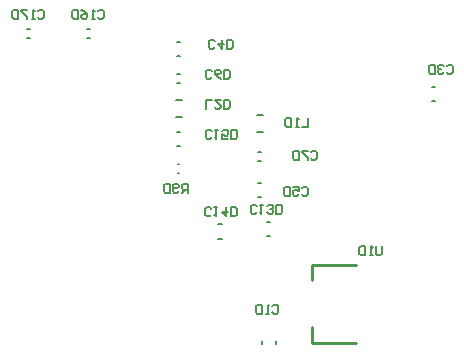
<source format=gbo>
G04 Layer_Color=32896*
%FSLAX24Y24*%
%MOIN*%
G70*
G01*
G75*
%ADD21C,0.0100*%
%ADD36C,0.0079*%
%ADD37C,0.0070*%
D21*
X11953Y4701D02*
Y5213D01*
Y4701D02*
X13410D01*
X11953Y7299D02*
X13410D01*
X11953Y6787D02*
Y7299D01*
D36*
X10441Y8264D02*
X10559D01*
X10441Y8736D02*
X10559D01*
X7480Y10648D02*
X7520D01*
X7480Y10352D02*
X7520D01*
X2461Y15138D02*
X2539D01*
X2461Y14862D02*
X2539D01*
X4461Y14862D02*
X4539D01*
X4461Y15138D02*
X4539D01*
X10161Y11038D02*
X10239D01*
X10161Y10762D02*
X10239D01*
X7461Y13638D02*
X7539D01*
X7461Y13362D02*
X7539D01*
X7441Y14736D02*
X7559D01*
X7441Y14264D02*
X7559D01*
X10141Y10036D02*
X10259D01*
X10141Y9564D02*
X10259D01*
X10102Y12276D02*
X10298D01*
X10102Y11724D02*
X10298D01*
X7402Y12776D02*
X7598D01*
X7402Y12224D02*
X7598D01*
X10736Y4641D02*
Y4759D01*
X10264Y4641D02*
Y4759D01*
X7441Y11736D02*
X7559D01*
X7441Y11264D02*
X7559D01*
X8827Y8169D02*
X8945D01*
X8827Y8641D02*
X8945D01*
X15941Y13236D02*
X16059D01*
X15941Y12764D02*
X16059D01*
D37*
X8700Y14550D02*
X8650Y14500D01*
X8550D01*
X8500Y14550D01*
Y14750D01*
X8550Y14800D01*
X8650D01*
X8700Y14750D01*
X8950Y14800D02*
Y14500D01*
X8800Y14650D01*
X9000D01*
X9100Y14500D02*
Y14800D01*
X9250D01*
X9300Y14750D01*
Y14550D01*
X9250Y14500D01*
X9100D01*
X11600Y9850D02*
X11650Y9900D01*
X11750D01*
X11800Y9850D01*
Y9650D01*
X11750Y9600D01*
X11650D01*
X11600Y9650D01*
X11300Y9900D02*
X11500D01*
Y9750D01*
X11400Y9800D01*
X11350D01*
X11300Y9750D01*
Y9650D01*
X11350Y9600D01*
X11450D01*
X11500Y9650D01*
X11200Y9900D02*
Y9600D01*
X11050D01*
X11000Y9650D01*
Y9850D01*
X11050Y9900D01*
X11200D01*
X8600Y13550D02*
X8550Y13500D01*
X8450D01*
X8400Y13550D01*
Y13750D01*
X8450Y13800D01*
X8550D01*
X8600Y13750D01*
X8900Y13500D02*
X8800Y13550D01*
X8700Y13650D01*
Y13750D01*
X8750Y13800D01*
X8850D01*
X8900Y13750D01*
Y13700D01*
X8850Y13650D01*
X8700D01*
X9000Y13500D02*
Y13800D01*
X9150D01*
X9200Y13750D01*
Y13550D01*
X9150Y13500D01*
X9000D01*
X11900Y11050D02*
X11950Y11100D01*
X12050D01*
X12100Y11050D01*
Y10850D01*
X12050Y10800D01*
X11950D01*
X11900Y10850D01*
X11800Y11100D02*
X11600D01*
Y11050D01*
X11800Y10850D01*
Y10800D01*
X11500Y11100D02*
Y10800D01*
X11350D01*
X11300Y10850D01*
Y11050D01*
X11350Y11100D01*
X11500D01*
X10100Y9050D02*
X10050Y9000D01*
X9950D01*
X9900Y9050D01*
Y9250D01*
X9950Y9300D01*
X10050D01*
X10100Y9250D01*
X10200Y9300D02*
X10300D01*
X10250D01*
Y9000D01*
X10200Y9050D01*
X10450D02*
X10500Y9000D01*
X10600D01*
X10650Y9050D01*
Y9100D01*
X10600Y9150D01*
X10550D01*
X10600D01*
X10650Y9200D01*
Y9250D01*
X10600Y9300D01*
X10500D01*
X10450Y9250D01*
X10750Y9000D02*
Y9300D01*
X10900D01*
X10950Y9250D01*
Y9050D01*
X10900Y9000D01*
X10750D01*
X8600Y11550D02*
X8550Y11500D01*
X8450D01*
X8400Y11550D01*
Y11750D01*
X8450Y11800D01*
X8550D01*
X8600Y11750D01*
X8700Y11800D02*
X8800D01*
X8750D01*
Y11500D01*
X8700Y11550D01*
X9150Y11500D02*
X8950D01*
Y11650D01*
X9050Y11600D01*
X9100D01*
X9150Y11650D01*
Y11750D01*
X9100Y11800D01*
X9000D01*
X8950Y11750D01*
X9250Y11500D02*
Y11800D01*
X9400D01*
X9450Y11750D01*
Y11550D01*
X9400Y11500D01*
X9250D01*
X4800Y15750D02*
X4850Y15800D01*
X4950D01*
X5000Y15750D01*
Y15550D01*
X4950Y15500D01*
X4850D01*
X4800Y15550D01*
X4700Y15500D02*
X4600D01*
X4650D01*
Y15800D01*
X4700Y15750D01*
X4250Y15800D02*
X4350Y15750D01*
X4450Y15650D01*
Y15550D01*
X4400Y15500D01*
X4300D01*
X4250Y15550D01*
Y15600D01*
X4300Y15650D01*
X4450D01*
X4150Y15800D02*
Y15500D01*
X4000D01*
X3950Y15550D01*
Y15750D01*
X4000Y15800D01*
X4150D01*
X2800Y15750D02*
X2850Y15800D01*
X2950D01*
X3000Y15750D01*
Y15550D01*
X2950Y15500D01*
X2850D01*
X2800Y15550D01*
X2700Y15500D02*
X2600D01*
X2650D01*
Y15800D01*
X2700Y15750D01*
X2450Y15800D02*
X2250D01*
Y15750D01*
X2450Y15550D01*
Y15500D01*
X2150Y15800D02*
Y15500D01*
X2000D01*
X1950Y15550D01*
Y15750D01*
X2000Y15800D01*
X2150D01*
X8586Y8955D02*
X8536Y8905D01*
X8436D01*
X8386Y8955D01*
Y9155D01*
X8436Y9205D01*
X8536D01*
X8586Y9155D01*
X8686Y9205D02*
X8786D01*
X8736D01*
Y8905D01*
X8686Y8955D01*
X9086Y9205D02*
Y8905D01*
X8936Y9055D01*
X9136D01*
X9236Y8905D02*
Y9205D01*
X9385D01*
X9435Y9155D01*
Y8955D01*
X9385Y8905D01*
X9236D01*
X11800Y12200D02*
Y11900D01*
X11600D01*
X11500D02*
X11400D01*
X11450D01*
Y12200D01*
X11500Y12150D01*
X11250Y12200D02*
Y11900D01*
X11100D01*
X11050Y11950D01*
Y12150D01*
X11100Y12200D01*
X11250D01*
X8400Y12500D02*
Y12800D01*
X8600D01*
X8900D02*
X8700D01*
X8900Y12600D01*
Y12550D01*
X8850Y12500D01*
X8750D01*
X8700Y12550D01*
X9000Y12500D02*
Y12800D01*
X9150D01*
X9200Y12750D01*
Y12550D01*
X9150Y12500D01*
X9000D01*
X7800Y9700D02*
Y10000D01*
X7650D01*
X7600Y9950D01*
Y9850D01*
X7650Y9800D01*
X7800D01*
X7700D02*
X7600Y9700D01*
X7500Y9750D02*
X7450Y9700D01*
X7350D01*
X7300Y9750D01*
Y9950D01*
X7350Y10000D01*
X7450D01*
X7500Y9950D01*
Y9900D01*
X7450Y9850D01*
X7300D01*
X7200Y10000D02*
Y9700D01*
X7050D01*
X7000Y9750D01*
Y9950D01*
X7050Y10000D01*
X7200D01*
X16430Y13910D02*
X16480Y13960D01*
X16580D01*
X16630Y13910D01*
Y13710D01*
X16580Y13660D01*
X16480D01*
X16430Y13710D01*
X16330Y13910D02*
X16280Y13960D01*
X16180D01*
X16130Y13910D01*
Y13860D01*
X16180Y13810D01*
X16230D01*
X16180D01*
X16130Y13760D01*
Y13710D01*
X16180Y13660D01*
X16280D01*
X16330Y13710D01*
X16030Y13960D02*
Y13660D01*
X15880D01*
X15830Y13710D01*
Y13910D01*
X15880Y13960D01*
X16030D01*
X10620Y5920D02*
X10670Y5970D01*
X10770D01*
X10820Y5920D01*
Y5720D01*
X10770Y5670D01*
X10670D01*
X10620Y5720D01*
X10520Y5670D02*
X10420D01*
X10470D01*
Y5970D01*
X10520Y5920D01*
X10270Y5970D02*
Y5670D01*
X10120D01*
X10070Y5720D01*
Y5920D01*
X10120Y5970D01*
X10270D01*
X14270Y7920D02*
Y7670D01*
X14220Y7620D01*
X14120D01*
X14070Y7670D01*
Y7920D01*
X13971Y7620D02*
X13871D01*
X13921D01*
Y7920D01*
X13971Y7870D01*
X13721Y7920D02*
Y7620D01*
X13571D01*
X13521Y7670D01*
Y7870D01*
X13571Y7920D01*
X13721D01*
M02*

</source>
